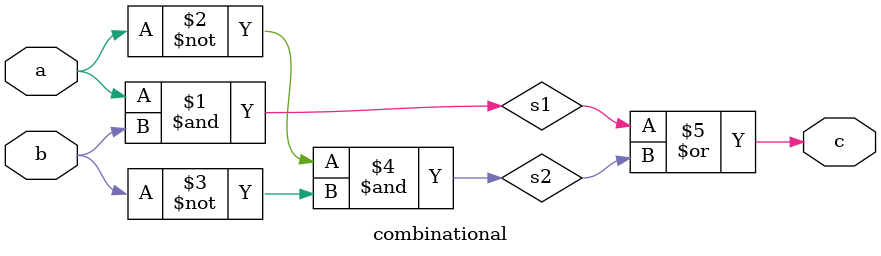
<source format=sv>
module combinational (
  input logic a, b,
  output logic c
);
  logic s1, s2;
  assign s1 = a & b;
  assign s2 = ~a & ~b;
  assign c = s1 | s2;
endmodule
</source>
